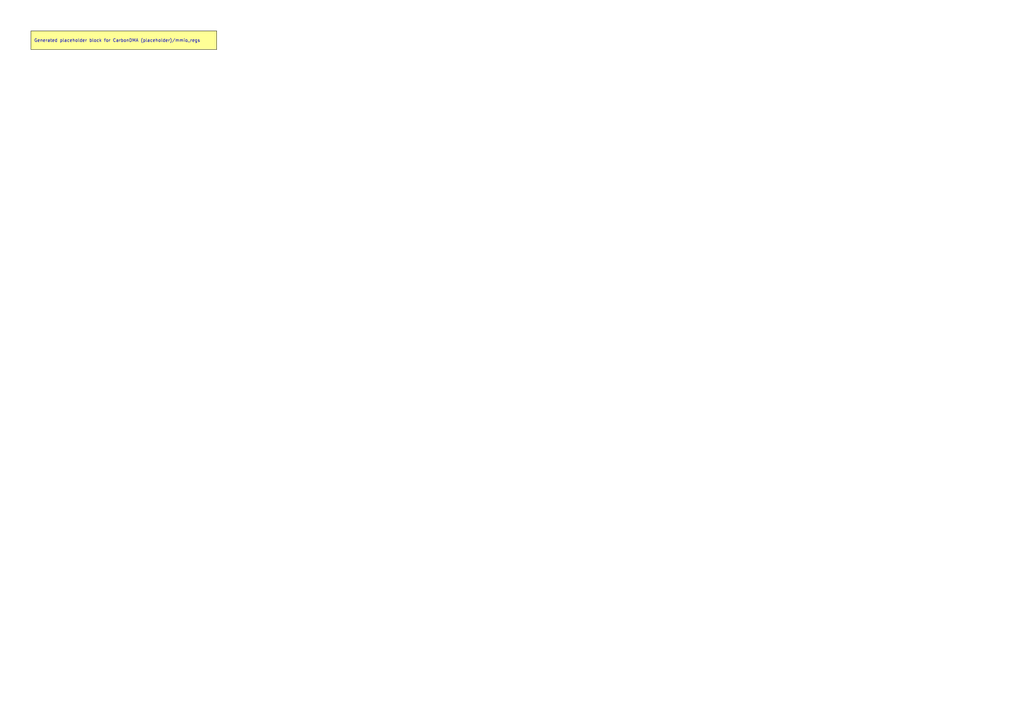
<source format=kicad_sch>
(kicad_sch
	(version 20250114)
	(generator "kicadgen")
	(generator_version "0.2")
	(uuid "f1777280-2694-5a9a-963f-0dc3d6395321")
	(paper "A3")
	(title_block
		(title "CarbonDMA (placeholder)::mmio_regs")
		(company "Project Carbon")
		(comment 1 "Generated - do not edit in generated/")
		(comment 2 "Edit in schem/kicad9/manual/ or refine mapping specs")
	)
	(lib_symbols)
	(text_box
		"Generated placeholder block for CarbonDMA (placeholder)/mmio_regs"
		(exclude_from_sim no)
		(at
			12.7
			12.7
			0
		)
		(size 76.2 7.62)
		(margins
			1.27
			1.27
			1.27
			1.27
		)
		(stroke
			(width 0)
			(type default)
			(color
				0
				0
				0
				1
			)
		)
		(fill
			(type color)
			(color
				255
				255
				150
				1
			)
		)
		(effects
			(font
				(size 1.27 1.27)
			)
			(justify left)
		)
		(uuid "82a3321f-c281-54d9-a36c-e5ef0f1baf4a")
	)
	(sheet_instances
		(path
			"/"
			(page "1")
		)
	)
	(embedded_fonts no)
)

</source>
